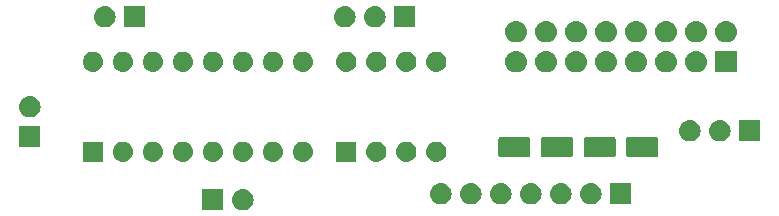
<source format=gbr>
G04 #@! TF.GenerationSoftware,KiCad,Pcbnew,(5.1.2-1)-1*
G04 #@! TF.CreationDate,2019-08-22T09:13:01-07:00*
G04 #@! TF.ProjectId,AS3310_ADSR,41533333-3130-45f4-9144-53522e6b6963,rev?*
G04 #@! TF.SameCoordinates,Original*
G04 #@! TF.FileFunction,Soldermask,Bot*
G04 #@! TF.FilePolarity,Negative*
%FSLAX46Y46*%
G04 Gerber Fmt 4.6, Leading zero omitted, Abs format (unit mm)*
G04 Created by KiCad (PCBNEW (5.1.2-1)-1) date 2019-08-22 09:13:01*
%MOMM*%
%LPD*%
G04 APERTURE LIST*
%ADD10C,0.100000*%
G04 APERTURE END LIST*
D10*
G36*
X96884443Y-70479519D02*
G01*
X96950627Y-70486037D01*
X97120466Y-70537557D01*
X97276991Y-70621222D01*
X97312729Y-70650552D01*
X97414186Y-70733814D01*
X97497448Y-70835271D01*
X97526778Y-70871009D01*
X97610443Y-71027534D01*
X97661963Y-71197373D01*
X97679359Y-71374000D01*
X97661963Y-71550627D01*
X97610443Y-71720466D01*
X97526778Y-71876991D01*
X97497448Y-71912729D01*
X97414186Y-72014186D01*
X97312729Y-72097448D01*
X97276991Y-72126778D01*
X97120466Y-72210443D01*
X96950627Y-72261963D01*
X96884443Y-72268481D01*
X96818260Y-72275000D01*
X96729740Y-72275000D01*
X96663557Y-72268481D01*
X96597373Y-72261963D01*
X96427534Y-72210443D01*
X96271009Y-72126778D01*
X96235271Y-72097448D01*
X96133814Y-72014186D01*
X96050552Y-71912729D01*
X96021222Y-71876991D01*
X95937557Y-71720466D01*
X95886037Y-71550627D01*
X95868641Y-71374000D01*
X95886037Y-71197373D01*
X95937557Y-71027534D01*
X96021222Y-70871009D01*
X96050552Y-70835271D01*
X96133814Y-70733814D01*
X96235271Y-70650552D01*
X96271009Y-70621222D01*
X96427534Y-70537557D01*
X96597373Y-70486037D01*
X96663557Y-70479519D01*
X96729740Y-70473000D01*
X96818260Y-70473000D01*
X96884443Y-70479519D01*
X96884443Y-70479519D01*
G37*
G36*
X95135000Y-72275000D02*
G01*
X93333000Y-72275000D01*
X93333000Y-70473000D01*
X95135000Y-70473000D01*
X95135000Y-72275000D01*
X95135000Y-72275000D01*
G37*
G36*
X123808443Y-69971519D02*
G01*
X123874627Y-69978037D01*
X124044466Y-70029557D01*
X124200991Y-70113222D01*
X124236729Y-70142552D01*
X124338186Y-70225814D01*
X124421448Y-70327271D01*
X124450778Y-70363009D01*
X124534443Y-70519534D01*
X124585963Y-70689373D01*
X124603359Y-70866000D01*
X124585963Y-71042627D01*
X124534443Y-71212466D01*
X124450778Y-71368991D01*
X124446667Y-71374000D01*
X124338186Y-71506186D01*
X124236729Y-71589448D01*
X124200991Y-71618778D01*
X124044466Y-71702443D01*
X123874627Y-71753963D01*
X123808442Y-71760482D01*
X123742260Y-71767000D01*
X123653740Y-71767000D01*
X123587558Y-71760482D01*
X123521373Y-71753963D01*
X123351534Y-71702443D01*
X123195009Y-71618778D01*
X123159271Y-71589448D01*
X123057814Y-71506186D01*
X122949333Y-71374000D01*
X122945222Y-71368991D01*
X122861557Y-71212466D01*
X122810037Y-71042627D01*
X122792641Y-70866000D01*
X122810037Y-70689373D01*
X122861557Y-70519534D01*
X122945222Y-70363009D01*
X122974552Y-70327271D01*
X123057814Y-70225814D01*
X123159271Y-70142552D01*
X123195009Y-70113222D01*
X123351534Y-70029557D01*
X123521373Y-69978037D01*
X123587557Y-69971519D01*
X123653740Y-69965000D01*
X123742260Y-69965000D01*
X123808443Y-69971519D01*
X123808443Y-69971519D01*
G37*
G36*
X121268443Y-69971519D02*
G01*
X121334627Y-69978037D01*
X121504466Y-70029557D01*
X121660991Y-70113222D01*
X121696729Y-70142552D01*
X121798186Y-70225814D01*
X121881448Y-70327271D01*
X121910778Y-70363009D01*
X121994443Y-70519534D01*
X122045963Y-70689373D01*
X122063359Y-70866000D01*
X122045963Y-71042627D01*
X121994443Y-71212466D01*
X121910778Y-71368991D01*
X121906667Y-71374000D01*
X121798186Y-71506186D01*
X121696729Y-71589448D01*
X121660991Y-71618778D01*
X121504466Y-71702443D01*
X121334627Y-71753963D01*
X121268442Y-71760482D01*
X121202260Y-71767000D01*
X121113740Y-71767000D01*
X121047558Y-71760482D01*
X120981373Y-71753963D01*
X120811534Y-71702443D01*
X120655009Y-71618778D01*
X120619271Y-71589448D01*
X120517814Y-71506186D01*
X120409333Y-71374000D01*
X120405222Y-71368991D01*
X120321557Y-71212466D01*
X120270037Y-71042627D01*
X120252641Y-70866000D01*
X120270037Y-70689373D01*
X120321557Y-70519534D01*
X120405222Y-70363009D01*
X120434552Y-70327271D01*
X120517814Y-70225814D01*
X120619271Y-70142552D01*
X120655009Y-70113222D01*
X120811534Y-70029557D01*
X120981373Y-69978037D01*
X121047557Y-69971519D01*
X121113740Y-69965000D01*
X121202260Y-69965000D01*
X121268443Y-69971519D01*
X121268443Y-69971519D01*
G37*
G36*
X118728443Y-69971519D02*
G01*
X118794627Y-69978037D01*
X118964466Y-70029557D01*
X119120991Y-70113222D01*
X119156729Y-70142552D01*
X119258186Y-70225814D01*
X119341448Y-70327271D01*
X119370778Y-70363009D01*
X119454443Y-70519534D01*
X119505963Y-70689373D01*
X119523359Y-70866000D01*
X119505963Y-71042627D01*
X119454443Y-71212466D01*
X119370778Y-71368991D01*
X119366667Y-71374000D01*
X119258186Y-71506186D01*
X119156729Y-71589448D01*
X119120991Y-71618778D01*
X118964466Y-71702443D01*
X118794627Y-71753963D01*
X118728442Y-71760482D01*
X118662260Y-71767000D01*
X118573740Y-71767000D01*
X118507558Y-71760482D01*
X118441373Y-71753963D01*
X118271534Y-71702443D01*
X118115009Y-71618778D01*
X118079271Y-71589448D01*
X117977814Y-71506186D01*
X117869333Y-71374000D01*
X117865222Y-71368991D01*
X117781557Y-71212466D01*
X117730037Y-71042627D01*
X117712641Y-70866000D01*
X117730037Y-70689373D01*
X117781557Y-70519534D01*
X117865222Y-70363009D01*
X117894552Y-70327271D01*
X117977814Y-70225814D01*
X118079271Y-70142552D01*
X118115009Y-70113222D01*
X118271534Y-70029557D01*
X118441373Y-69978037D01*
X118507557Y-69971519D01*
X118573740Y-69965000D01*
X118662260Y-69965000D01*
X118728443Y-69971519D01*
X118728443Y-69971519D01*
G37*
G36*
X116188443Y-69971519D02*
G01*
X116254627Y-69978037D01*
X116424466Y-70029557D01*
X116580991Y-70113222D01*
X116616729Y-70142552D01*
X116718186Y-70225814D01*
X116801448Y-70327271D01*
X116830778Y-70363009D01*
X116914443Y-70519534D01*
X116965963Y-70689373D01*
X116983359Y-70866000D01*
X116965963Y-71042627D01*
X116914443Y-71212466D01*
X116830778Y-71368991D01*
X116826667Y-71374000D01*
X116718186Y-71506186D01*
X116616729Y-71589448D01*
X116580991Y-71618778D01*
X116424466Y-71702443D01*
X116254627Y-71753963D01*
X116188442Y-71760482D01*
X116122260Y-71767000D01*
X116033740Y-71767000D01*
X115967558Y-71760482D01*
X115901373Y-71753963D01*
X115731534Y-71702443D01*
X115575009Y-71618778D01*
X115539271Y-71589448D01*
X115437814Y-71506186D01*
X115329333Y-71374000D01*
X115325222Y-71368991D01*
X115241557Y-71212466D01*
X115190037Y-71042627D01*
X115172641Y-70866000D01*
X115190037Y-70689373D01*
X115241557Y-70519534D01*
X115325222Y-70363009D01*
X115354552Y-70327271D01*
X115437814Y-70225814D01*
X115539271Y-70142552D01*
X115575009Y-70113222D01*
X115731534Y-70029557D01*
X115901373Y-69978037D01*
X115967557Y-69971519D01*
X116033740Y-69965000D01*
X116122260Y-69965000D01*
X116188443Y-69971519D01*
X116188443Y-69971519D01*
G37*
G36*
X113648443Y-69971519D02*
G01*
X113714627Y-69978037D01*
X113884466Y-70029557D01*
X114040991Y-70113222D01*
X114076729Y-70142552D01*
X114178186Y-70225814D01*
X114261448Y-70327271D01*
X114290778Y-70363009D01*
X114374443Y-70519534D01*
X114425963Y-70689373D01*
X114443359Y-70866000D01*
X114425963Y-71042627D01*
X114374443Y-71212466D01*
X114290778Y-71368991D01*
X114286667Y-71374000D01*
X114178186Y-71506186D01*
X114076729Y-71589448D01*
X114040991Y-71618778D01*
X113884466Y-71702443D01*
X113714627Y-71753963D01*
X113648442Y-71760482D01*
X113582260Y-71767000D01*
X113493740Y-71767000D01*
X113427558Y-71760482D01*
X113361373Y-71753963D01*
X113191534Y-71702443D01*
X113035009Y-71618778D01*
X112999271Y-71589448D01*
X112897814Y-71506186D01*
X112789333Y-71374000D01*
X112785222Y-71368991D01*
X112701557Y-71212466D01*
X112650037Y-71042627D01*
X112632641Y-70866000D01*
X112650037Y-70689373D01*
X112701557Y-70519534D01*
X112785222Y-70363009D01*
X112814552Y-70327271D01*
X112897814Y-70225814D01*
X112999271Y-70142552D01*
X113035009Y-70113222D01*
X113191534Y-70029557D01*
X113361373Y-69978037D01*
X113427557Y-69971519D01*
X113493740Y-69965000D01*
X113582260Y-69965000D01*
X113648443Y-69971519D01*
X113648443Y-69971519D01*
G37*
G36*
X126348443Y-69971519D02*
G01*
X126414627Y-69978037D01*
X126584466Y-70029557D01*
X126740991Y-70113222D01*
X126776729Y-70142552D01*
X126878186Y-70225814D01*
X126961448Y-70327271D01*
X126990778Y-70363009D01*
X127074443Y-70519534D01*
X127125963Y-70689373D01*
X127143359Y-70866000D01*
X127125963Y-71042627D01*
X127074443Y-71212466D01*
X126990778Y-71368991D01*
X126986667Y-71374000D01*
X126878186Y-71506186D01*
X126776729Y-71589448D01*
X126740991Y-71618778D01*
X126584466Y-71702443D01*
X126414627Y-71753963D01*
X126348442Y-71760482D01*
X126282260Y-71767000D01*
X126193740Y-71767000D01*
X126127558Y-71760482D01*
X126061373Y-71753963D01*
X125891534Y-71702443D01*
X125735009Y-71618778D01*
X125699271Y-71589448D01*
X125597814Y-71506186D01*
X125489333Y-71374000D01*
X125485222Y-71368991D01*
X125401557Y-71212466D01*
X125350037Y-71042627D01*
X125332641Y-70866000D01*
X125350037Y-70689373D01*
X125401557Y-70519534D01*
X125485222Y-70363009D01*
X125514552Y-70327271D01*
X125597814Y-70225814D01*
X125699271Y-70142552D01*
X125735009Y-70113222D01*
X125891534Y-70029557D01*
X126061373Y-69978037D01*
X126127557Y-69971519D01*
X126193740Y-69965000D01*
X126282260Y-69965000D01*
X126348443Y-69971519D01*
X126348443Y-69971519D01*
G37*
G36*
X129679000Y-71767000D02*
G01*
X127877000Y-71767000D01*
X127877000Y-69965000D01*
X129679000Y-69965000D01*
X129679000Y-71767000D01*
X129679000Y-71767000D01*
G37*
G36*
X89320823Y-66471313D02*
G01*
X89481242Y-66519976D01*
X89613906Y-66590886D01*
X89629078Y-66598996D01*
X89758659Y-66705341D01*
X89865004Y-66834922D01*
X89865005Y-66834924D01*
X89944024Y-66982758D01*
X89992687Y-67143177D01*
X90009117Y-67310000D01*
X89992687Y-67476823D01*
X89944024Y-67637242D01*
X89930892Y-67661810D01*
X89865004Y-67785078D01*
X89758659Y-67914659D01*
X89629078Y-68021004D01*
X89629076Y-68021005D01*
X89481242Y-68100024D01*
X89320823Y-68148687D01*
X89195804Y-68161000D01*
X89112196Y-68161000D01*
X88987177Y-68148687D01*
X88826758Y-68100024D01*
X88678924Y-68021005D01*
X88678922Y-68021004D01*
X88549341Y-67914659D01*
X88442996Y-67785078D01*
X88377108Y-67661810D01*
X88363976Y-67637242D01*
X88315313Y-67476823D01*
X88298883Y-67310000D01*
X88315313Y-67143177D01*
X88363976Y-66982758D01*
X88442995Y-66834924D01*
X88442996Y-66834922D01*
X88549341Y-66705341D01*
X88678922Y-66598996D01*
X88694094Y-66590886D01*
X88826758Y-66519976D01*
X88987177Y-66471313D01*
X89112196Y-66459000D01*
X89195804Y-66459000D01*
X89320823Y-66471313D01*
X89320823Y-66471313D01*
G37*
G36*
X86780823Y-66471313D02*
G01*
X86941242Y-66519976D01*
X87073906Y-66590886D01*
X87089078Y-66598996D01*
X87218659Y-66705341D01*
X87325004Y-66834922D01*
X87325005Y-66834924D01*
X87404024Y-66982758D01*
X87452687Y-67143177D01*
X87469117Y-67310000D01*
X87452687Y-67476823D01*
X87404024Y-67637242D01*
X87390892Y-67661810D01*
X87325004Y-67785078D01*
X87218659Y-67914659D01*
X87089078Y-68021004D01*
X87089076Y-68021005D01*
X86941242Y-68100024D01*
X86780823Y-68148687D01*
X86655804Y-68161000D01*
X86572196Y-68161000D01*
X86447177Y-68148687D01*
X86286758Y-68100024D01*
X86138924Y-68021005D01*
X86138922Y-68021004D01*
X86009341Y-67914659D01*
X85902996Y-67785078D01*
X85837108Y-67661810D01*
X85823976Y-67637242D01*
X85775313Y-67476823D01*
X85758883Y-67310000D01*
X85775313Y-67143177D01*
X85823976Y-66982758D01*
X85902995Y-66834924D01*
X85902996Y-66834922D01*
X86009341Y-66705341D01*
X86138922Y-66598996D01*
X86154094Y-66590886D01*
X86286758Y-66519976D01*
X86447177Y-66471313D01*
X86572196Y-66459000D01*
X86655804Y-66459000D01*
X86780823Y-66471313D01*
X86780823Y-66471313D01*
G37*
G36*
X84925000Y-68161000D02*
G01*
X83223000Y-68161000D01*
X83223000Y-66459000D01*
X84925000Y-66459000D01*
X84925000Y-68161000D01*
X84925000Y-68161000D01*
G37*
G36*
X91860823Y-66471313D02*
G01*
X92021242Y-66519976D01*
X92153906Y-66590886D01*
X92169078Y-66598996D01*
X92298659Y-66705341D01*
X92405004Y-66834922D01*
X92405005Y-66834924D01*
X92484024Y-66982758D01*
X92532687Y-67143177D01*
X92549117Y-67310000D01*
X92532687Y-67476823D01*
X92484024Y-67637242D01*
X92470892Y-67661810D01*
X92405004Y-67785078D01*
X92298659Y-67914659D01*
X92169078Y-68021004D01*
X92169076Y-68021005D01*
X92021242Y-68100024D01*
X91860823Y-68148687D01*
X91735804Y-68161000D01*
X91652196Y-68161000D01*
X91527177Y-68148687D01*
X91366758Y-68100024D01*
X91218924Y-68021005D01*
X91218922Y-68021004D01*
X91089341Y-67914659D01*
X90982996Y-67785078D01*
X90917108Y-67661810D01*
X90903976Y-67637242D01*
X90855313Y-67476823D01*
X90838883Y-67310000D01*
X90855313Y-67143177D01*
X90903976Y-66982758D01*
X90982995Y-66834924D01*
X90982996Y-66834922D01*
X91089341Y-66705341D01*
X91218922Y-66598996D01*
X91234094Y-66590886D01*
X91366758Y-66519976D01*
X91527177Y-66471313D01*
X91652196Y-66459000D01*
X91735804Y-66459000D01*
X91860823Y-66471313D01*
X91860823Y-66471313D01*
G37*
G36*
X94400823Y-66471313D02*
G01*
X94561242Y-66519976D01*
X94693906Y-66590886D01*
X94709078Y-66598996D01*
X94838659Y-66705341D01*
X94945004Y-66834922D01*
X94945005Y-66834924D01*
X95024024Y-66982758D01*
X95072687Y-67143177D01*
X95089117Y-67310000D01*
X95072687Y-67476823D01*
X95024024Y-67637242D01*
X95010892Y-67661810D01*
X94945004Y-67785078D01*
X94838659Y-67914659D01*
X94709078Y-68021004D01*
X94709076Y-68021005D01*
X94561242Y-68100024D01*
X94400823Y-68148687D01*
X94275804Y-68161000D01*
X94192196Y-68161000D01*
X94067177Y-68148687D01*
X93906758Y-68100024D01*
X93758924Y-68021005D01*
X93758922Y-68021004D01*
X93629341Y-67914659D01*
X93522996Y-67785078D01*
X93457108Y-67661810D01*
X93443976Y-67637242D01*
X93395313Y-67476823D01*
X93378883Y-67310000D01*
X93395313Y-67143177D01*
X93443976Y-66982758D01*
X93522995Y-66834924D01*
X93522996Y-66834922D01*
X93629341Y-66705341D01*
X93758922Y-66598996D01*
X93774094Y-66590886D01*
X93906758Y-66519976D01*
X94067177Y-66471313D01*
X94192196Y-66459000D01*
X94275804Y-66459000D01*
X94400823Y-66471313D01*
X94400823Y-66471313D01*
G37*
G36*
X96940823Y-66471313D02*
G01*
X97101242Y-66519976D01*
X97233906Y-66590886D01*
X97249078Y-66598996D01*
X97378659Y-66705341D01*
X97485004Y-66834922D01*
X97485005Y-66834924D01*
X97564024Y-66982758D01*
X97612687Y-67143177D01*
X97629117Y-67310000D01*
X97612687Y-67476823D01*
X97564024Y-67637242D01*
X97550892Y-67661810D01*
X97485004Y-67785078D01*
X97378659Y-67914659D01*
X97249078Y-68021004D01*
X97249076Y-68021005D01*
X97101242Y-68100024D01*
X96940823Y-68148687D01*
X96815804Y-68161000D01*
X96732196Y-68161000D01*
X96607177Y-68148687D01*
X96446758Y-68100024D01*
X96298924Y-68021005D01*
X96298922Y-68021004D01*
X96169341Y-67914659D01*
X96062996Y-67785078D01*
X95997108Y-67661810D01*
X95983976Y-67637242D01*
X95935313Y-67476823D01*
X95918883Y-67310000D01*
X95935313Y-67143177D01*
X95983976Y-66982758D01*
X96062995Y-66834924D01*
X96062996Y-66834922D01*
X96169341Y-66705341D01*
X96298922Y-66598996D01*
X96314094Y-66590886D01*
X96446758Y-66519976D01*
X96607177Y-66471313D01*
X96732196Y-66459000D01*
X96815804Y-66459000D01*
X96940823Y-66471313D01*
X96940823Y-66471313D01*
G37*
G36*
X99480823Y-66471313D02*
G01*
X99641242Y-66519976D01*
X99773906Y-66590886D01*
X99789078Y-66598996D01*
X99918659Y-66705341D01*
X100025004Y-66834922D01*
X100025005Y-66834924D01*
X100104024Y-66982758D01*
X100152687Y-67143177D01*
X100169117Y-67310000D01*
X100152687Y-67476823D01*
X100104024Y-67637242D01*
X100090892Y-67661810D01*
X100025004Y-67785078D01*
X99918659Y-67914659D01*
X99789078Y-68021004D01*
X99789076Y-68021005D01*
X99641242Y-68100024D01*
X99480823Y-68148687D01*
X99355804Y-68161000D01*
X99272196Y-68161000D01*
X99147177Y-68148687D01*
X98986758Y-68100024D01*
X98838924Y-68021005D01*
X98838922Y-68021004D01*
X98709341Y-67914659D01*
X98602996Y-67785078D01*
X98537108Y-67661810D01*
X98523976Y-67637242D01*
X98475313Y-67476823D01*
X98458883Y-67310000D01*
X98475313Y-67143177D01*
X98523976Y-66982758D01*
X98602995Y-66834924D01*
X98602996Y-66834922D01*
X98709341Y-66705341D01*
X98838922Y-66598996D01*
X98854094Y-66590886D01*
X98986758Y-66519976D01*
X99147177Y-66471313D01*
X99272196Y-66459000D01*
X99355804Y-66459000D01*
X99480823Y-66471313D01*
X99480823Y-66471313D01*
G37*
G36*
X102020823Y-66471313D02*
G01*
X102181242Y-66519976D01*
X102313906Y-66590886D01*
X102329078Y-66598996D01*
X102458659Y-66705341D01*
X102565004Y-66834922D01*
X102565005Y-66834924D01*
X102644024Y-66982758D01*
X102692687Y-67143177D01*
X102709117Y-67310000D01*
X102692687Y-67476823D01*
X102644024Y-67637242D01*
X102630892Y-67661810D01*
X102565004Y-67785078D01*
X102458659Y-67914659D01*
X102329078Y-68021004D01*
X102329076Y-68021005D01*
X102181242Y-68100024D01*
X102020823Y-68148687D01*
X101895804Y-68161000D01*
X101812196Y-68161000D01*
X101687177Y-68148687D01*
X101526758Y-68100024D01*
X101378924Y-68021005D01*
X101378922Y-68021004D01*
X101249341Y-67914659D01*
X101142996Y-67785078D01*
X101077108Y-67661810D01*
X101063976Y-67637242D01*
X101015313Y-67476823D01*
X100998883Y-67310000D01*
X101015313Y-67143177D01*
X101063976Y-66982758D01*
X101142995Y-66834924D01*
X101142996Y-66834922D01*
X101249341Y-66705341D01*
X101378922Y-66598996D01*
X101394094Y-66590886D01*
X101526758Y-66519976D01*
X101687177Y-66471313D01*
X101812196Y-66459000D01*
X101895804Y-66459000D01*
X102020823Y-66471313D01*
X102020823Y-66471313D01*
G37*
G36*
X113323823Y-66471313D02*
G01*
X113484242Y-66519976D01*
X113616906Y-66590886D01*
X113632078Y-66598996D01*
X113761659Y-66705341D01*
X113868004Y-66834922D01*
X113868005Y-66834924D01*
X113947024Y-66982758D01*
X113995687Y-67143177D01*
X114012117Y-67310000D01*
X113995687Y-67476823D01*
X113947024Y-67637242D01*
X113933892Y-67661810D01*
X113868004Y-67785078D01*
X113761659Y-67914659D01*
X113632078Y-68021004D01*
X113632076Y-68021005D01*
X113484242Y-68100024D01*
X113323823Y-68148687D01*
X113198804Y-68161000D01*
X113115196Y-68161000D01*
X112990177Y-68148687D01*
X112829758Y-68100024D01*
X112681924Y-68021005D01*
X112681922Y-68021004D01*
X112552341Y-67914659D01*
X112445996Y-67785078D01*
X112380108Y-67661810D01*
X112366976Y-67637242D01*
X112318313Y-67476823D01*
X112301883Y-67310000D01*
X112318313Y-67143177D01*
X112366976Y-66982758D01*
X112445995Y-66834924D01*
X112445996Y-66834922D01*
X112552341Y-66705341D01*
X112681922Y-66598996D01*
X112697094Y-66590886D01*
X112829758Y-66519976D01*
X112990177Y-66471313D01*
X113115196Y-66459000D01*
X113198804Y-66459000D01*
X113323823Y-66471313D01*
X113323823Y-66471313D01*
G37*
G36*
X110783823Y-66471313D02*
G01*
X110944242Y-66519976D01*
X111076906Y-66590886D01*
X111092078Y-66598996D01*
X111221659Y-66705341D01*
X111328004Y-66834922D01*
X111328005Y-66834924D01*
X111407024Y-66982758D01*
X111455687Y-67143177D01*
X111472117Y-67310000D01*
X111455687Y-67476823D01*
X111407024Y-67637242D01*
X111393892Y-67661810D01*
X111328004Y-67785078D01*
X111221659Y-67914659D01*
X111092078Y-68021004D01*
X111092076Y-68021005D01*
X110944242Y-68100024D01*
X110783823Y-68148687D01*
X110658804Y-68161000D01*
X110575196Y-68161000D01*
X110450177Y-68148687D01*
X110289758Y-68100024D01*
X110141924Y-68021005D01*
X110141922Y-68021004D01*
X110012341Y-67914659D01*
X109905996Y-67785078D01*
X109840108Y-67661810D01*
X109826976Y-67637242D01*
X109778313Y-67476823D01*
X109761883Y-67310000D01*
X109778313Y-67143177D01*
X109826976Y-66982758D01*
X109905995Y-66834924D01*
X109905996Y-66834922D01*
X110012341Y-66705341D01*
X110141922Y-66598996D01*
X110157094Y-66590886D01*
X110289758Y-66519976D01*
X110450177Y-66471313D01*
X110575196Y-66459000D01*
X110658804Y-66459000D01*
X110783823Y-66471313D01*
X110783823Y-66471313D01*
G37*
G36*
X106388000Y-68161000D02*
G01*
X104686000Y-68161000D01*
X104686000Y-66459000D01*
X106388000Y-66459000D01*
X106388000Y-68161000D01*
X106388000Y-68161000D01*
G37*
G36*
X108243823Y-66471313D02*
G01*
X108404242Y-66519976D01*
X108536906Y-66590886D01*
X108552078Y-66598996D01*
X108681659Y-66705341D01*
X108788004Y-66834922D01*
X108788005Y-66834924D01*
X108867024Y-66982758D01*
X108915687Y-67143177D01*
X108932117Y-67310000D01*
X108915687Y-67476823D01*
X108867024Y-67637242D01*
X108853892Y-67661810D01*
X108788004Y-67785078D01*
X108681659Y-67914659D01*
X108552078Y-68021004D01*
X108552076Y-68021005D01*
X108404242Y-68100024D01*
X108243823Y-68148687D01*
X108118804Y-68161000D01*
X108035196Y-68161000D01*
X107910177Y-68148687D01*
X107749758Y-68100024D01*
X107601924Y-68021005D01*
X107601922Y-68021004D01*
X107472341Y-67914659D01*
X107365996Y-67785078D01*
X107300108Y-67661810D01*
X107286976Y-67637242D01*
X107238313Y-67476823D01*
X107221883Y-67310000D01*
X107238313Y-67143177D01*
X107286976Y-66982758D01*
X107365995Y-66834924D01*
X107365996Y-66834922D01*
X107472341Y-66705341D01*
X107601922Y-66598996D01*
X107617094Y-66590886D01*
X107749758Y-66519976D01*
X107910177Y-66471313D01*
X108035196Y-66459000D01*
X108118804Y-66459000D01*
X108243823Y-66471313D01*
X108243823Y-66471313D01*
G37*
G36*
X124566997Y-66082051D02*
G01*
X124600652Y-66092261D01*
X124631665Y-66108838D01*
X124658851Y-66131149D01*
X124681162Y-66158335D01*
X124697739Y-66189348D01*
X124707949Y-66223003D01*
X124712000Y-66264138D01*
X124712000Y-67593862D01*
X124707949Y-67634997D01*
X124697739Y-67668652D01*
X124681162Y-67699665D01*
X124658851Y-67726851D01*
X124631665Y-67749162D01*
X124600652Y-67765739D01*
X124566997Y-67775949D01*
X124525862Y-67780000D01*
X122196138Y-67780000D01*
X122155003Y-67775949D01*
X122121348Y-67765739D01*
X122090335Y-67749162D01*
X122063149Y-67726851D01*
X122040838Y-67699665D01*
X122024261Y-67668652D01*
X122014051Y-67634997D01*
X122010000Y-67593862D01*
X122010000Y-66264138D01*
X122014051Y-66223003D01*
X122024261Y-66189348D01*
X122040838Y-66158335D01*
X122063149Y-66131149D01*
X122090335Y-66108838D01*
X122121348Y-66092261D01*
X122155003Y-66082051D01*
X122196138Y-66078000D01*
X124525862Y-66078000D01*
X124566997Y-66082051D01*
X124566997Y-66082051D01*
G37*
G36*
X120966997Y-66082051D02*
G01*
X121000652Y-66092261D01*
X121031665Y-66108838D01*
X121058851Y-66131149D01*
X121081162Y-66158335D01*
X121097739Y-66189348D01*
X121107949Y-66223003D01*
X121112000Y-66264138D01*
X121112000Y-67593862D01*
X121107949Y-67634997D01*
X121097739Y-67668652D01*
X121081162Y-67699665D01*
X121058851Y-67726851D01*
X121031665Y-67749162D01*
X121000652Y-67765739D01*
X120966997Y-67775949D01*
X120925862Y-67780000D01*
X118596138Y-67780000D01*
X118555003Y-67775949D01*
X118521348Y-67765739D01*
X118490335Y-67749162D01*
X118463149Y-67726851D01*
X118440838Y-67699665D01*
X118424261Y-67668652D01*
X118414051Y-67634997D01*
X118410000Y-67593862D01*
X118410000Y-66264138D01*
X118414051Y-66223003D01*
X118424261Y-66189348D01*
X118440838Y-66158335D01*
X118463149Y-66131149D01*
X118490335Y-66108838D01*
X118521348Y-66092261D01*
X118555003Y-66082051D01*
X118596138Y-66078000D01*
X120925862Y-66078000D01*
X120966997Y-66082051D01*
X120966997Y-66082051D01*
G37*
G36*
X128183997Y-66082051D02*
G01*
X128217652Y-66092261D01*
X128248665Y-66108838D01*
X128275851Y-66131149D01*
X128298162Y-66158335D01*
X128314739Y-66189348D01*
X128324949Y-66223003D01*
X128329000Y-66264138D01*
X128329000Y-67593862D01*
X128324949Y-67634997D01*
X128314739Y-67668652D01*
X128298162Y-67699665D01*
X128275851Y-67726851D01*
X128248665Y-67749162D01*
X128217652Y-67765739D01*
X128183997Y-67775949D01*
X128142862Y-67780000D01*
X125813138Y-67780000D01*
X125772003Y-67775949D01*
X125738348Y-67765739D01*
X125707335Y-67749162D01*
X125680149Y-67726851D01*
X125657838Y-67699665D01*
X125641261Y-67668652D01*
X125631051Y-67634997D01*
X125627000Y-67593862D01*
X125627000Y-66264138D01*
X125631051Y-66223003D01*
X125641261Y-66189348D01*
X125657838Y-66158335D01*
X125680149Y-66131149D01*
X125707335Y-66108838D01*
X125738348Y-66092261D01*
X125772003Y-66082051D01*
X125813138Y-66078000D01*
X128142862Y-66078000D01*
X128183997Y-66082051D01*
X128183997Y-66082051D01*
G37*
G36*
X131783997Y-66082051D02*
G01*
X131817652Y-66092261D01*
X131848665Y-66108838D01*
X131875851Y-66131149D01*
X131898162Y-66158335D01*
X131914739Y-66189348D01*
X131924949Y-66223003D01*
X131929000Y-66264138D01*
X131929000Y-67593862D01*
X131924949Y-67634997D01*
X131914739Y-67668652D01*
X131898162Y-67699665D01*
X131875851Y-67726851D01*
X131848665Y-67749162D01*
X131817652Y-67765739D01*
X131783997Y-67775949D01*
X131742862Y-67780000D01*
X129413138Y-67780000D01*
X129372003Y-67775949D01*
X129338348Y-67765739D01*
X129307335Y-67749162D01*
X129280149Y-67726851D01*
X129257838Y-67699665D01*
X129241261Y-67668652D01*
X129231051Y-67634997D01*
X129227000Y-67593862D01*
X129227000Y-66264138D01*
X129231051Y-66223003D01*
X129241261Y-66189348D01*
X129257838Y-66158335D01*
X129280149Y-66131149D01*
X129307335Y-66108838D01*
X129338348Y-66092261D01*
X129372003Y-66082051D01*
X129413138Y-66078000D01*
X131742862Y-66078000D01*
X131783997Y-66082051D01*
X131783997Y-66082051D01*
G37*
G36*
X79641000Y-66941000D02*
G01*
X77839000Y-66941000D01*
X77839000Y-65139000D01*
X79641000Y-65139000D01*
X79641000Y-66941000D01*
X79641000Y-66941000D01*
G37*
G36*
X137270443Y-64637519D02*
G01*
X137336627Y-64644037D01*
X137506466Y-64695557D01*
X137662991Y-64779222D01*
X137698729Y-64808552D01*
X137800186Y-64891814D01*
X137883448Y-64993271D01*
X137912778Y-65029009D01*
X137996443Y-65185534D01*
X138047963Y-65355373D01*
X138065359Y-65532000D01*
X138047963Y-65708627D01*
X137996443Y-65878466D01*
X137912778Y-66034991D01*
X137883448Y-66070729D01*
X137800186Y-66172186D01*
X137698729Y-66255448D01*
X137662991Y-66284778D01*
X137506466Y-66368443D01*
X137336627Y-66419963D01*
X137270443Y-66426481D01*
X137204260Y-66433000D01*
X137115740Y-66433000D01*
X137049557Y-66426481D01*
X136983373Y-66419963D01*
X136813534Y-66368443D01*
X136657009Y-66284778D01*
X136621271Y-66255448D01*
X136519814Y-66172186D01*
X136436552Y-66070729D01*
X136407222Y-66034991D01*
X136323557Y-65878466D01*
X136272037Y-65708627D01*
X136254641Y-65532000D01*
X136272037Y-65355373D01*
X136323557Y-65185534D01*
X136407222Y-65029009D01*
X136436552Y-64993271D01*
X136519814Y-64891814D01*
X136621271Y-64808552D01*
X136657009Y-64779222D01*
X136813534Y-64695557D01*
X136983373Y-64644037D01*
X137049557Y-64637519D01*
X137115740Y-64631000D01*
X137204260Y-64631000D01*
X137270443Y-64637519D01*
X137270443Y-64637519D01*
G37*
G36*
X140601000Y-66433000D02*
G01*
X138799000Y-66433000D01*
X138799000Y-64631000D01*
X140601000Y-64631000D01*
X140601000Y-66433000D01*
X140601000Y-66433000D01*
G37*
G36*
X134730443Y-64637519D02*
G01*
X134796627Y-64644037D01*
X134966466Y-64695557D01*
X135122991Y-64779222D01*
X135158729Y-64808552D01*
X135260186Y-64891814D01*
X135343448Y-64993271D01*
X135372778Y-65029009D01*
X135456443Y-65185534D01*
X135507963Y-65355373D01*
X135525359Y-65532000D01*
X135507963Y-65708627D01*
X135456443Y-65878466D01*
X135372778Y-66034991D01*
X135343448Y-66070729D01*
X135260186Y-66172186D01*
X135158729Y-66255448D01*
X135122991Y-66284778D01*
X134966466Y-66368443D01*
X134796627Y-66419963D01*
X134730443Y-66426481D01*
X134664260Y-66433000D01*
X134575740Y-66433000D01*
X134509557Y-66426481D01*
X134443373Y-66419963D01*
X134273534Y-66368443D01*
X134117009Y-66284778D01*
X134081271Y-66255448D01*
X133979814Y-66172186D01*
X133896552Y-66070729D01*
X133867222Y-66034991D01*
X133783557Y-65878466D01*
X133732037Y-65708627D01*
X133714641Y-65532000D01*
X133732037Y-65355373D01*
X133783557Y-65185534D01*
X133867222Y-65029009D01*
X133896552Y-64993271D01*
X133979814Y-64891814D01*
X134081271Y-64808552D01*
X134117009Y-64779222D01*
X134273534Y-64695557D01*
X134443373Y-64644037D01*
X134509557Y-64637519D01*
X134575740Y-64631000D01*
X134664260Y-64631000D01*
X134730443Y-64637519D01*
X134730443Y-64637519D01*
G37*
G36*
X78850442Y-62605518D02*
G01*
X78916627Y-62612037D01*
X79086466Y-62663557D01*
X79242991Y-62747222D01*
X79278729Y-62776552D01*
X79380186Y-62859814D01*
X79463448Y-62961271D01*
X79492778Y-62997009D01*
X79576443Y-63153534D01*
X79627963Y-63323373D01*
X79645359Y-63500000D01*
X79627963Y-63676627D01*
X79576443Y-63846466D01*
X79492778Y-64002991D01*
X79463448Y-64038729D01*
X79380186Y-64140186D01*
X79278729Y-64223448D01*
X79242991Y-64252778D01*
X79086466Y-64336443D01*
X78916627Y-64387963D01*
X78850442Y-64394482D01*
X78784260Y-64401000D01*
X78695740Y-64401000D01*
X78629558Y-64394482D01*
X78563373Y-64387963D01*
X78393534Y-64336443D01*
X78237009Y-64252778D01*
X78201271Y-64223448D01*
X78099814Y-64140186D01*
X78016552Y-64038729D01*
X77987222Y-64002991D01*
X77903557Y-63846466D01*
X77852037Y-63676627D01*
X77834641Y-63500000D01*
X77852037Y-63323373D01*
X77903557Y-63153534D01*
X77987222Y-62997009D01*
X78016552Y-62961271D01*
X78099814Y-62859814D01*
X78201271Y-62776552D01*
X78237009Y-62747222D01*
X78393534Y-62663557D01*
X78563373Y-62612037D01*
X78629558Y-62605518D01*
X78695740Y-62599000D01*
X78784260Y-62599000D01*
X78850442Y-62605518D01*
X78850442Y-62605518D01*
G37*
G36*
X122607294Y-58788633D02*
G01*
X122779695Y-58840931D01*
X122938583Y-58925858D01*
X123077849Y-59040151D01*
X123192142Y-59179417D01*
X123277069Y-59338305D01*
X123329367Y-59510706D01*
X123347025Y-59690000D01*
X123329367Y-59869294D01*
X123277069Y-60041695D01*
X123192142Y-60200583D01*
X123077849Y-60339849D01*
X122938583Y-60454142D01*
X122779695Y-60539069D01*
X122607294Y-60591367D01*
X122472931Y-60604600D01*
X122383069Y-60604600D01*
X122248706Y-60591367D01*
X122076305Y-60539069D01*
X121917417Y-60454142D01*
X121778151Y-60339849D01*
X121663858Y-60200583D01*
X121578931Y-60041695D01*
X121526633Y-59869294D01*
X121508975Y-59690000D01*
X121526633Y-59510706D01*
X121578931Y-59338305D01*
X121663858Y-59179417D01*
X121778151Y-59040151D01*
X121917417Y-58925858D01*
X122076305Y-58840931D01*
X122248706Y-58788633D01*
X122383069Y-58775400D01*
X122472931Y-58775400D01*
X122607294Y-58788633D01*
X122607294Y-58788633D01*
G37*
G36*
X120067294Y-58788633D02*
G01*
X120239695Y-58840931D01*
X120398583Y-58925858D01*
X120537849Y-59040151D01*
X120652142Y-59179417D01*
X120737069Y-59338305D01*
X120789367Y-59510706D01*
X120807025Y-59690000D01*
X120789367Y-59869294D01*
X120737069Y-60041695D01*
X120652142Y-60200583D01*
X120537849Y-60339849D01*
X120398583Y-60454142D01*
X120239695Y-60539069D01*
X120067294Y-60591367D01*
X119932931Y-60604600D01*
X119843069Y-60604600D01*
X119708706Y-60591367D01*
X119536305Y-60539069D01*
X119377417Y-60454142D01*
X119238151Y-60339849D01*
X119123858Y-60200583D01*
X119038931Y-60041695D01*
X118986633Y-59869294D01*
X118968975Y-59690000D01*
X118986633Y-59510706D01*
X119038931Y-59338305D01*
X119123858Y-59179417D01*
X119238151Y-59040151D01*
X119377417Y-58925858D01*
X119536305Y-58840931D01*
X119708706Y-58788633D01*
X119843069Y-58775400D01*
X119932931Y-58775400D01*
X120067294Y-58788633D01*
X120067294Y-58788633D01*
G37*
G36*
X127687294Y-58788633D02*
G01*
X127859695Y-58840931D01*
X128018583Y-58925858D01*
X128157849Y-59040151D01*
X128272142Y-59179417D01*
X128357069Y-59338305D01*
X128409367Y-59510706D01*
X128427025Y-59690000D01*
X128409367Y-59869294D01*
X128357069Y-60041695D01*
X128272142Y-60200583D01*
X128157849Y-60339849D01*
X128018583Y-60454142D01*
X127859695Y-60539069D01*
X127687294Y-60591367D01*
X127552931Y-60604600D01*
X127463069Y-60604600D01*
X127328706Y-60591367D01*
X127156305Y-60539069D01*
X126997417Y-60454142D01*
X126858151Y-60339849D01*
X126743858Y-60200583D01*
X126658931Y-60041695D01*
X126606633Y-59869294D01*
X126588975Y-59690000D01*
X126606633Y-59510706D01*
X126658931Y-59338305D01*
X126743858Y-59179417D01*
X126858151Y-59040151D01*
X126997417Y-58925858D01*
X127156305Y-58840931D01*
X127328706Y-58788633D01*
X127463069Y-58775400D01*
X127552931Y-58775400D01*
X127687294Y-58788633D01*
X127687294Y-58788633D01*
G37*
G36*
X130227294Y-58788633D02*
G01*
X130399695Y-58840931D01*
X130558583Y-58925858D01*
X130697849Y-59040151D01*
X130812142Y-59179417D01*
X130897069Y-59338305D01*
X130949367Y-59510706D01*
X130967025Y-59690000D01*
X130949367Y-59869294D01*
X130897069Y-60041695D01*
X130812142Y-60200583D01*
X130697849Y-60339849D01*
X130558583Y-60454142D01*
X130399695Y-60539069D01*
X130227294Y-60591367D01*
X130092931Y-60604600D01*
X130003069Y-60604600D01*
X129868706Y-60591367D01*
X129696305Y-60539069D01*
X129537417Y-60454142D01*
X129398151Y-60339849D01*
X129283858Y-60200583D01*
X129198931Y-60041695D01*
X129146633Y-59869294D01*
X129128975Y-59690000D01*
X129146633Y-59510706D01*
X129198931Y-59338305D01*
X129283858Y-59179417D01*
X129398151Y-59040151D01*
X129537417Y-58925858D01*
X129696305Y-58840931D01*
X129868706Y-58788633D01*
X130003069Y-58775400D01*
X130092931Y-58775400D01*
X130227294Y-58788633D01*
X130227294Y-58788633D01*
G37*
G36*
X132767294Y-58788633D02*
G01*
X132939695Y-58840931D01*
X133098583Y-58925858D01*
X133237849Y-59040151D01*
X133352142Y-59179417D01*
X133437069Y-59338305D01*
X133489367Y-59510706D01*
X133507025Y-59690000D01*
X133489367Y-59869294D01*
X133437069Y-60041695D01*
X133352142Y-60200583D01*
X133237849Y-60339849D01*
X133098583Y-60454142D01*
X132939695Y-60539069D01*
X132767294Y-60591367D01*
X132632931Y-60604600D01*
X132543069Y-60604600D01*
X132408706Y-60591367D01*
X132236305Y-60539069D01*
X132077417Y-60454142D01*
X131938151Y-60339849D01*
X131823858Y-60200583D01*
X131738931Y-60041695D01*
X131686633Y-59869294D01*
X131668975Y-59690000D01*
X131686633Y-59510706D01*
X131738931Y-59338305D01*
X131823858Y-59179417D01*
X131938151Y-59040151D01*
X132077417Y-58925858D01*
X132236305Y-58840931D01*
X132408706Y-58788633D01*
X132543069Y-58775400D01*
X132632931Y-58775400D01*
X132767294Y-58788633D01*
X132767294Y-58788633D01*
G37*
G36*
X135307294Y-58788633D02*
G01*
X135479695Y-58840931D01*
X135638583Y-58925858D01*
X135777849Y-59040151D01*
X135892142Y-59179417D01*
X135977069Y-59338305D01*
X136029367Y-59510706D01*
X136047025Y-59690000D01*
X136029367Y-59869294D01*
X135977069Y-60041695D01*
X135892142Y-60200583D01*
X135777849Y-60339849D01*
X135638583Y-60454142D01*
X135479695Y-60539069D01*
X135307294Y-60591367D01*
X135172931Y-60604600D01*
X135083069Y-60604600D01*
X134948706Y-60591367D01*
X134776305Y-60539069D01*
X134617417Y-60454142D01*
X134478151Y-60339849D01*
X134363858Y-60200583D01*
X134278931Y-60041695D01*
X134226633Y-59869294D01*
X134208975Y-59690000D01*
X134226633Y-59510706D01*
X134278931Y-59338305D01*
X134363858Y-59179417D01*
X134478151Y-59040151D01*
X134617417Y-58925858D01*
X134776305Y-58840931D01*
X134948706Y-58788633D01*
X135083069Y-58775400D01*
X135172931Y-58775400D01*
X135307294Y-58788633D01*
X135307294Y-58788633D01*
G37*
G36*
X138582600Y-60604600D02*
G01*
X136753400Y-60604600D01*
X136753400Y-58775400D01*
X138582600Y-58775400D01*
X138582600Y-60604600D01*
X138582600Y-60604600D01*
G37*
G36*
X125147294Y-58788633D02*
G01*
X125319695Y-58840931D01*
X125478583Y-58925858D01*
X125617849Y-59040151D01*
X125732142Y-59179417D01*
X125817069Y-59338305D01*
X125869367Y-59510706D01*
X125887025Y-59690000D01*
X125869367Y-59869294D01*
X125817069Y-60041695D01*
X125732142Y-60200583D01*
X125617849Y-60339849D01*
X125478583Y-60454142D01*
X125319695Y-60539069D01*
X125147294Y-60591367D01*
X125012931Y-60604600D01*
X124923069Y-60604600D01*
X124788706Y-60591367D01*
X124616305Y-60539069D01*
X124457417Y-60454142D01*
X124318151Y-60339849D01*
X124203858Y-60200583D01*
X124118931Y-60041695D01*
X124066633Y-59869294D01*
X124048975Y-59690000D01*
X124066633Y-59510706D01*
X124118931Y-59338305D01*
X124203858Y-59179417D01*
X124318151Y-59040151D01*
X124457417Y-58925858D01*
X124616305Y-58840931D01*
X124788706Y-58788633D01*
X124923069Y-58775400D01*
X125012931Y-58775400D01*
X125147294Y-58788633D01*
X125147294Y-58788633D01*
G37*
G36*
X108243823Y-58851313D02*
G01*
X108404242Y-58899976D01*
X108536906Y-58970886D01*
X108552078Y-58978996D01*
X108681659Y-59085341D01*
X108788004Y-59214922D01*
X108788005Y-59214924D01*
X108867024Y-59362758D01*
X108915687Y-59523177D01*
X108932117Y-59690000D01*
X108915687Y-59856823D01*
X108867024Y-60017242D01*
X108853953Y-60041696D01*
X108788004Y-60165078D01*
X108681659Y-60294659D01*
X108552078Y-60401004D01*
X108552076Y-60401005D01*
X108404242Y-60480024D01*
X108243823Y-60528687D01*
X108118804Y-60541000D01*
X108035196Y-60541000D01*
X107910177Y-60528687D01*
X107749758Y-60480024D01*
X107601924Y-60401005D01*
X107601922Y-60401004D01*
X107472341Y-60294659D01*
X107365996Y-60165078D01*
X107300047Y-60041696D01*
X107286976Y-60017242D01*
X107238313Y-59856823D01*
X107221883Y-59690000D01*
X107238313Y-59523177D01*
X107286976Y-59362758D01*
X107365995Y-59214924D01*
X107365996Y-59214922D01*
X107472341Y-59085341D01*
X107601922Y-58978996D01*
X107617094Y-58970886D01*
X107749758Y-58899976D01*
X107910177Y-58851313D01*
X108035196Y-58839000D01*
X108118804Y-58839000D01*
X108243823Y-58851313D01*
X108243823Y-58851313D01*
G37*
G36*
X110783823Y-58851313D02*
G01*
X110944242Y-58899976D01*
X111076906Y-58970886D01*
X111092078Y-58978996D01*
X111221659Y-59085341D01*
X111328004Y-59214922D01*
X111328005Y-59214924D01*
X111407024Y-59362758D01*
X111455687Y-59523177D01*
X111472117Y-59690000D01*
X111455687Y-59856823D01*
X111407024Y-60017242D01*
X111393953Y-60041696D01*
X111328004Y-60165078D01*
X111221659Y-60294659D01*
X111092078Y-60401004D01*
X111092076Y-60401005D01*
X110944242Y-60480024D01*
X110783823Y-60528687D01*
X110658804Y-60541000D01*
X110575196Y-60541000D01*
X110450177Y-60528687D01*
X110289758Y-60480024D01*
X110141924Y-60401005D01*
X110141922Y-60401004D01*
X110012341Y-60294659D01*
X109905996Y-60165078D01*
X109840047Y-60041696D01*
X109826976Y-60017242D01*
X109778313Y-59856823D01*
X109761883Y-59690000D01*
X109778313Y-59523177D01*
X109826976Y-59362758D01*
X109905995Y-59214924D01*
X109905996Y-59214922D01*
X110012341Y-59085341D01*
X110141922Y-58978996D01*
X110157094Y-58970886D01*
X110289758Y-58899976D01*
X110450177Y-58851313D01*
X110575196Y-58839000D01*
X110658804Y-58839000D01*
X110783823Y-58851313D01*
X110783823Y-58851313D01*
G37*
G36*
X91860823Y-58851313D02*
G01*
X92021242Y-58899976D01*
X92153906Y-58970886D01*
X92169078Y-58978996D01*
X92298659Y-59085341D01*
X92405004Y-59214922D01*
X92405005Y-59214924D01*
X92484024Y-59362758D01*
X92532687Y-59523177D01*
X92549117Y-59690000D01*
X92532687Y-59856823D01*
X92484024Y-60017242D01*
X92470953Y-60041696D01*
X92405004Y-60165078D01*
X92298659Y-60294659D01*
X92169078Y-60401004D01*
X92169076Y-60401005D01*
X92021242Y-60480024D01*
X91860823Y-60528687D01*
X91735804Y-60541000D01*
X91652196Y-60541000D01*
X91527177Y-60528687D01*
X91366758Y-60480024D01*
X91218924Y-60401005D01*
X91218922Y-60401004D01*
X91089341Y-60294659D01*
X90982996Y-60165078D01*
X90917047Y-60041696D01*
X90903976Y-60017242D01*
X90855313Y-59856823D01*
X90838883Y-59690000D01*
X90855313Y-59523177D01*
X90903976Y-59362758D01*
X90982995Y-59214924D01*
X90982996Y-59214922D01*
X91089341Y-59085341D01*
X91218922Y-58978996D01*
X91234094Y-58970886D01*
X91366758Y-58899976D01*
X91527177Y-58851313D01*
X91652196Y-58839000D01*
X91735804Y-58839000D01*
X91860823Y-58851313D01*
X91860823Y-58851313D01*
G37*
G36*
X113323823Y-58851313D02*
G01*
X113484242Y-58899976D01*
X113616906Y-58970886D01*
X113632078Y-58978996D01*
X113761659Y-59085341D01*
X113868004Y-59214922D01*
X113868005Y-59214924D01*
X113947024Y-59362758D01*
X113995687Y-59523177D01*
X114012117Y-59690000D01*
X113995687Y-59856823D01*
X113947024Y-60017242D01*
X113933953Y-60041696D01*
X113868004Y-60165078D01*
X113761659Y-60294659D01*
X113632078Y-60401004D01*
X113632076Y-60401005D01*
X113484242Y-60480024D01*
X113323823Y-60528687D01*
X113198804Y-60541000D01*
X113115196Y-60541000D01*
X112990177Y-60528687D01*
X112829758Y-60480024D01*
X112681924Y-60401005D01*
X112681922Y-60401004D01*
X112552341Y-60294659D01*
X112445996Y-60165078D01*
X112380047Y-60041696D01*
X112366976Y-60017242D01*
X112318313Y-59856823D01*
X112301883Y-59690000D01*
X112318313Y-59523177D01*
X112366976Y-59362758D01*
X112445995Y-59214924D01*
X112445996Y-59214922D01*
X112552341Y-59085341D01*
X112681922Y-58978996D01*
X112697094Y-58970886D01*
X112829758Y-58899976D01*
X112990177Y-58851313D01*
X113115196Y-58839000D01*
X113198804Y-58839000D01*
X113323823Y-58851313D01*
X113323823Y-58851313D01*
G37*
G36*
X89320823Y-58851313D02*
G01*
X89481242Y-58899976D01*
X89613906Y-58970886D01*
X89629078Y-58978996D01*
X89758659Y-59085341D01*
X89865004Y-59214922D01*
X89865005Y-59214924D01*
X89944024Y-59362758D01*
X89992687Y-59523177D01*
X90009117Y-59690000D01*
X89992687Y-59856823D01*
X89944024Y-60017242D01*
X89930953Y-60041696D01*
X89865004Y-60165078D01*
X89758659Y-60294659D01*
X89629078Y-60401004D01*
X89629076Y-60401005D01*
X89481242Y-60480024D01*
X89320823Y-60528687D01*
X89195804Y-60541000D01*
X89112196Y-60541000D01*
X88987177Y-60528687D01*
X88826758Y-60480024D01*
X88678924Y-60401005D01*
X88678922Y-60401004D01*
X88549341Y-60294659D01*
X88442996Y-60165078D01*
X88377047Y-60041696D01*
X88363976Y-60017242D01*
X88315313Y-59856823D01*
X88298883Y-59690000D01*
X88315313Y-59523177D01*
X88363976Y-59362758D01*
X88442995Y-59214924D01*
X88442996Y-59214922D01*
X88549341Y-59085341D01*
X88678922Y-58978996D01*
X88694094Y-58970886D01*
X88826758Y-58899976D01*
X88987177Y-58851313D01*
X89112196Y-58839000D01*
X89195804Y-58839000D01*
X89320823Y-58851313D01*
X89320823Y-58851313D01*
G37*
G36*
X96940823Y-58851313D02*
G01*
X97101242Y-58899976D01*
X97233906Y-58970886D01*
X97249078Y-58978996D01*
X97378659Y-59085341D01*
X97485004Y-59214922D01*
X97485005Y-59214924D01*
X97564024Y-59362758D01*
X97612687Y-59523177D01*
X97629117Y-59690000D01*
X97612687Y-59856823D01*
X97564024Y-60017242D01*
X97550953Y-60041696D01*
X97485004Y-60165078D01*
X97378659Y-60294659D01*
X97249078Y-60401004D01*
X97249076Y-60401005D01*
X97101242Y-60480024D01*
X96940823Y-60528687D01*
X96815804Y-60541000D01*
X96732196Y-60541000D01*
X96607177Y-60528687D01*
X96446758Y-60480024D01*
X96298924Y-60401005D01*
X96298922Y-60401004D01*
X96169341Y-60294659D01*
X96062996Y-60165078D01*
X95997047Y-60041696D01*
X95983976Y-60017242D01*
X95935313Y-59856823D01*
X95918883Y-59690000D01*
X95935313Y-59523177D01*
X95983976Y-59362758D01*
X96062995Y-59214924D01*
X96062996Y-59214922D01*
X96169341Y-59085341D01*
X96298922Y-58978996D01*
X96314094Y-58970886D01*
X96446758Y-58899976D01*
X96607177Y-58851313D01*
X96732196Y-58839000D01*
X96815804Y-58839000D01*
X96940823Y-58851313D01*
X96940823Y-58851313D01*
G37*
G36*
X86780823Y-58851313D02*
G01*
X86941242Y-58899976D01*
X87073906Y-58970886D01*
X87089078Y-58978996D01*
X87218659Y-59085341D01*
X87325004Y-59214922D01*
X87325005Y-59214924D01*
X87404024Y-59362758D01*
X87452687Y-59523177D01*
X87469117Y-59690000D01*
X87452687Y-59856823D01*
X87404024Y-60017242D01*
X87390953Y-60041696D01*
X87325004Y-60165078D01*
X87218659Y-60294659D01*
X87089078Y-60401004D01*
X87089076Y-60401005D01*
X86941242Y-60480024D01*
X86780823Y-60528687D01*
X86655804Y-60541000D01*
X86572196Y-60541000D01*
X86447177Y-60528687D01*
X86286758Y-60480024D01*
X86138924Y-60401005D01*
X86138922Y-60401004D01*
X86009341Y-60294659D01*
X85902996Y-60165078D01*
X85837047Y-60041696D01*
X85823976Y-60017242D01*
X85775313Y-59856823D01*
X85758883Y-59690000D01*
X85775313Y-59523177D01*
X85823976Y-59362758D01*
X85902995Y-59214924D01*
X85902996Y-59214922D01*
X86009341Y-59085341D01*
X86138922Y-58978996D01*
X86154094Y-58970886D01*
X86286758Y-58899976D01*
X86447177Y-58851313D01*
X86572196Y-58839000D01*
X86655804Y-58839000D01*
X86780823Y-58851313D01*
X86780823Y-58851313D01*
G37*
G36*
X105703823Y-58851313D02*
G01*
X105864242Y-58899976D01*
X105996906Y-58970886D01*
X106012078Y-58978996D01*
X106141659Y-59085341D01*
X106248004Y-59214922D01*
X106248005Y-59214924D01*
X106327024Y-59362758D01*
X106375687Y-59523177D01*
X106392117Y-59690000D01*
X106375687Y-59856823D01*
X106327024Y-60017242D01*
X106313953Y-60041696D01*
X106248004Y-60165078D01*
X106141659Y-60294659D01*
X106012078Y-60401004D01*
X106012076Y-60401005D01*
X105864242Y-60480024D01*
X105703823Y-60528687D01*
X105578804Y-60541000D01*
X105495196Y-60541000D01*
X105370177Y-60528687D01*
X105209758Y-60480024D01*
X105061924Y-60401005D01*
X105061922Y-60401004D01*
X104932341Y-60294659D01*
X104825996Y-60165078D01*
X104760047Y-60041696D01*
X104746976Y-60017242D01*
X104698313Y-59856823D01*
X104681883Y-59690000D01*
X104698313Y-59523177D01*
X104746976Y-59362758D01*
X104825995Y-59214924D01*
X104825996Y-59214922D01*
X104932341Y-59085341D01*
X105061922Y-58978996D01*
X105077094Y-58970886D01*
X105209758Y-58899976D01*
X105370177Y-58851313D01*
X105495196Y-58839000D01*
X105578804Y-58839000D01*
X105703823Y-58851313D01*
X105703823Y-58851313D01*
G37*
G36*
X84240823Y-58851313D02*
G01*
X84401242Y-58899976D01*
X84533906Y-58970886D01*
X84549078Y-58978996D01*
X84678659Y-59085341D01*
X84785004Y-59214922D01*
X84785005Y-59214924D01*
X84864024Y-59362758D01*
X84912687Y-59523177D01*
X84929117Y-59690000D01*
X84912687Y-59856823D01*
X84864024Y-60017242D01*
X84850953Y-60041696D01*
X84785004Y-60165078D01*
X84678659Y-60294659D01*
X84549078Y-60401004D01*
X84549076Y-60401005D01*
X84401242Y-60480024D01*
X84240823Y-60528687D01*
X84115804Y-60541000D01*
X84032196Y-60541000D01*
X83907177Y-60528687D01*
X83746758Y-60480024D01*
X83598924Y-60401005D01*
X83598922Y-60401004D01*
X83469341Y-60294659D01*
X83362996Y-60165078D01*
X83297047Y-60041696D01*
X83283976Y-60017242D01*
X83235313Y-59856823D01*
X83218883Y-59690000D01*
X83235313Y-59523177D01*
X83283976Y-59362758D01*
X83362995Y-59214924D01*
X83362996Y-59214922D01*
X83469341Y-59085341D01*
X83598922Y-58978996D01*
X83614094Y-58970886D01*
X83746758Y-58899976D01*
X83907177Y-58851313D01*
X84032196Y-58839000D01*
X84115804Y-58839000D01*
X84240823Y-58851313D01*
X84240823Y-58851313D01*
G37*
G36*
X99480823Y-58851313D02*
G01*
X99641242Y-58899976D01*
X99773906Y-58970886D01*
X99789078Y-58978996D01*
X99918659Y-59085341D01*
X100025004Y-59214922D01*
X100025005Y-59214924D01*
X100104024Y-59362758D01*
X100152687Y-59523177D01*
X100169117Y-59690000D01*
X100152687Y-59856823D01*
X100104024Y-60017242D01*
X100090953Y-60041696D01*
X100025004Y-60165078D01*
X99918659Y-60294659D01*
X99789078Y-60401004D01*
X99789076Y-60401005D01*
X99641242Y-60480024D01*
X99480823Y-60528687D01*
X99355804Y-60541000D01*
X99272196Y-60541000D01*
X99147177Y-60528687D01*
X98986758Y-60480024D01*
X98838924Y-60401005D01*
X98838922Y-60401004D01*
X98709341Y-60294659D01*
X98602996Y-60165078D01*
X98537047Y-60041696D01*
X98523976Y-60017242D01*
X98475313Y-59856823D01*
X98458883Y-59690000D01*
X98475313Y-59523177D01*
X98523976Y-59362758D01*
X98602995Y-59214924D01*
X98602996Y-59214922D01*
X98709341Y-59085341D01*
X98838922Y-58978996D01*
X98854094Y-58970886D01*
X98986758Y-58899976D01*
X99147177Y-58851313D01*
X99272196Y-58839000D01*
X99355804Y-58839000D01*
X99480823Y-58851313D01*
X99480823Y-58851313D01*
G37*
G36*
X102020823Y-58851313D02*
G01*
X102181242Y-58899976D01*
X102313906Y-58970886D01*
X102329078Y-58978996D01*
X102458659Y-59085341D01*
X102565004Y-59214922D01*
X102565005Y-59214924D01*
X102644024Y-59362758D01*
X102692687Y-59523177D01*
X102709117Y-59690000D01*
X102692687Y-59856823D01*
X102644024Y-60017242D01*
X102630953Y-60041696D01*
X102565004Y-60165078D01*
X102458659Y-60294659D01*
X102329078Y-60401004D01*
X102329076Y-60401005D01*
X102181242Y-60480024D01*
X102020823Y-60528687D01*
X101895804Y-60541000D01*
X101812196Y-60541000D01*
X101687177Y-60528687D01*
X101526758Y-60480024D01*
X101378924Y-60401005D01*
X101378922Y-60401004D01*
X101249341Y-60294659D01*
X101142996Y-60165078D01*
X101077047Y-60041696D01*
X101063976Y-60017242D01*
X101015313Y-59856823D01*
X100998883Y-59690000D01*
X101015313Y-59523177D01*
X101063976Y-59362758D01*
X101142995Y-59214924D01*
X101142996Y-59214922D01*
X101249341Y-59085341D01*
X101378922Y-58978996D01*
X101394094Y-58970886D01*
X101526758Y-58899976D01*
X101687177Y-58851313D01*
X101812196Y-58839000D01*
X101895804Y-58839000D01*
X102020823Y-58851313D01*
X102020823Y-58851313D01*
G37*
G36*
X94400823Y-58851313D02*
G01*
X94561242Y-58899976D01*
X94693906Y-58970886D01*
X94709078Y-58978996D01*
X94838659Y-59085341D01*
X94945004Y-59214922D01*
X94945005Y-59214924D01*
X95024024Y-59362758D01*
X95072687Y-59523177D01*
X95089117Y-59690000D01*
X95072687Y-59856823D01*
X95024024Y-60017242D01*
X95010953Y-60041696D01*
X94945004Y-60165078D01*
X94838659Y-60294659D01*
X94709078Y-60401004D01*
X94709076Y-60401005D01*
X94561242Y-60480024D01*
X94400823Y-60528687D01*
X94275804Y-60541000D01*
X94192196Y-60541000D01*
X94067177Y-60528687D01*
X93906758Y-60480024D01*
X93758924Y-60401005D01*
X93758922Y-60401004D01*
X93629341Y-60294659D01*
X93522996Y-60165078D01*
X93457047Y-60041696D01*
X93443976Y-60017242D01*
X93395313Y-59856823D01*
X93378883Y-59690000D01*
X93395313Y-59523177D01*
X93443976Y-59362758D01*
X93522995Y-59214924D01*
X93522996Y-59214922D01*
X93629341Y-59085341D01*
X93758922Y-58978996D01*
X93774094Y-58970886D01*
X93906758Y-58899976D01*
X94067177Y-58851313D01*
X94192196Y-58839000D01*
X94275804Y-58839000D01*
X94400823Y-58851313D01*
X94400823Y-58851313D01*
G37*
G36*
X120067294Y-56248633D02*
G01*
X120239695Y-56300931D01*
X120398583Y-56385858D01*
X120537849Y-56500151D01*
X120652142Y-56639417D01*
X120737069Y-56798305D01*
X120789367Y-56970706D01*
X120807025Y-57150000D01*
X120789367Y-57329294D01*
X120737069Y-57501695D01*
X120652142Y-57660583D01*
X120537849Y-57799849D01*
X120398583Y-57914142D01*
X120239695Y-57999069D01*
X120067294Y-58051367D01*
X119932931Y-58064600D01*
X119843069Y-58064600D01*
X119708706Y-58051367D01*
X119536305Y-57999069D01*
X119377417Y-57914142D01*
X119238151Y-57799849D01*
X119123858Y-57660583D01*
X119038931Y-57501695D01*
X118986633Y-57329294D01*
X118968975Y-57150000D01*
X118986633Y-56970706D01*
X119038931Y-56798305D01*
X119123858Y-56639417D01*
X119238151Y-56500151D01*
X119377417Y-56385858D01*
X119536305Y-56300931D01*
X119708706Y-56248633D01*
X119843069Y-56235400D01*
X119932931Y-56235400D01*
X120067294Y-56248633D01*
X120067294Y-56248633D01*
G37*
G36*
X137847294Y-56248633D02*
G01*
X138019695Y-56300931D01*
X138178583Y-56385858D01*
X138317849Y-56500151D01*
X138432142Y-56639417D01*
X138517069Y-56798305D01*
X138569367Y-56970706D01*
X138587025Y-57150000D01*
X138569367Y-57329294D01*
X138517069Y-57501695D01*
X138432142Y-57660583D01*
X138317849Y-57799849D01*
X138178583Y-57914142D01*
X138019695Y-57999069D01*
X137847294Y-58051367D01*
X137712931Y-58064600D01*
X137623069Y-58064600D01*
X137488706Y-58051367D01*
X137316305Y-57999069D01*
X137157417Y-57914142D01*
X137018151Y-57799849D01*
X136903858Y-57660583D01*
X136818931Y-57501695D01*
X136766633Y-57329294D01*
X136748975Y-57150000D01*
X136766633Y-56970706D01*
X136818931Y-56798305D01*
X136903858Y-56639417D01*
X137018151Y-56500151D01*
X137157417Y-56385858D01*
X137316305Y-56300931D01*
X137488706Y-56248633D01*
X137623069Y-56235400D01*
X137712931Y-56235400D01*
X137847294Y-56248633D01*
X137847294Y-56248633D01*
G37*
G36*
X122607294Y-56248633D02*
G01*
X122779695Y-56300931D01*
X122938583Y-56385858D01*
X123077849Y-56500151D01*
X123192142Y-56639417D01*
X123277069Y-56798305D01*
X123329367Y-56970706D01*
X123347025Y-57150000D01*
X123329367Y-57329294D01*
X123277069Y-57501695D01*
X123192142Y-57660583D01*
X123077849Y-57799849D01*
X122938583Y-57914142D01*
X122779695Y-57999069D01*
X122607294Y-58051367D01*
X122472931Y-58064600D01*
X122383069Y-58064600D01*
X122248706Y-58051367D01*
X122076305Y-57999069D01*
X121917417Y-57914142D01*
X121778151Y-57799849D01*
X121663858Y-57660583D01*
X121578931Y-57501695D01*
X121526633Y-57329294D01*
X121508975Y-57150000D01*
X121526633Y-56970706D01*
X121578931Y-56798305D01*
X121663858Y-56639417D01*
X121778151Y-56500151D01*
X121917417Y-56385858D01*
X122076305Y-56300931D01*
X122248706Y-56248633D01*
X122383069Y-56235400D01*
X122472931Y-56235400D01*
X122607294Y-56248633D01*
X122607294Y-56248633D01*
G37*
G36*
X135307294Y-56248633D02*
G01*
X135479695Y-56300931D01*
X135638583Y-56385858D01*
X135777849Y-56500151D01*
X135892142Y-56639417D01*
X135977069Y-56798305D01*
X136029367Y-56970706D01*
X136047025Y-57150000D01*
X136029367Y-57329294D01*
X135977069Y-57501695D01*
X135892142Y-57660583D01*
X135777849Y-57799849D01*
X135638583Y-57914142D01*
X135479695Y-57999069D01*
X135307294Y-58051367D01*
X135172931Y-58064600D01*
X135083069Y-58064600D01*
X134948706Y-58051367D01*
X134776305Y-57999069D01*
X134617417Y-57914142D01*
X134478151Y-57799849D01*
X134363858Y-57660583D01*
X134278931Y-57501695D01*
X134226633Y-57329294D01*
X134208975Y-57150000D01*
X134226633Y-56970706D01*
X134278931Y-56798305D01*
X134363858Y-56639417D01*
X134478151Y-56500151D01*
X134617417Y-56385858D01*
X134776305Y-56300931D01*
X134948706Y-56248633D01*
X135083069Y-56235400D01*
X135172931Y-56235400D01*
X135307294Y-56248633D01*
X135307294Y-56248633D01*
G37*
G36*
X125147294Y-56248633D02*
G01*
X125319695Y-56300931D01*
X125478583Y-56385858D01*
X125617849Y-56500151D01*
X125732142Y-56639417D01*
X125817069Y-56798305D01*
X125869367Y-56970706D01*
X125887025Y-57150000D01*
X125869367Y-57329294D01*
X125817069Y-57501695D01*
X125732142Y-57660583D01*
X125617849Y-57799849D01*
X125478583Y-57914142D01*
X125319695Y-57999069D01*
X125147294Y-58051367D01*
X125012931Y-58064600D01*
X124923069Y-58064600D01*
X124788706Y-58051367D01*
X124616305Y-57999069D01*
X124457417Y-57914142D01*
X124318151Y-57799849D01*
X124203858Y-57660583D01*
X124118931Y-57501695D01*
X124066633Y-57329294D01*
X124048975Y-57150000D01*
X124066633Y-56970706D01*
X124118931Y-56798305D01*
X124203858Y-56639417D01*
X124318151Y-56500151D01*
X124457417Y-56385858D01*
X124616305Y-56300931D01*
X124788706Y-56248633D01*
X124923069Y-56235400D01*
X125012931Y-56235400D01*
X125147294Y-56248633D01*
X125147294Y-56248633D01*
G37*
G36*
X132767294Y-56248633D02*
G01*
X132939695Y-56300931D01*
X133098583Y-56385858D01*
X133237849Y-56500151D01*
X133352142Y-56639417D01*
X133437069Y-56798305D01*
X133489367Y-56970706D01*
X133507025Y-57150000D01*
X133489367Y-57329294D01*
X133437069Y-57501695D01*
X133352142Y-57660583D01*
X133237849Y-57799849D01*
X133098583Y-57914142D01*
X132939695Y-57999069D01*
X132767294Y-58051367D01*
X132632931Y-58064600D01*
X132543069Y-58064600D01*
X132408706Y-58051367D01*
X132236305Y-57999069D01*
X132077417Y-57914142D01*
X131938151Y-57799849D01*
X131823858Y-57660583D01*
X131738931Y-57501695D01*
X131686633Y-57329294D01*
X131668975Y-57150000D01*
X131686633Y-56970706D01*
X131738931Y-56798305D01*
X131823858Y-56639417D01*
X131938151Y-56500151D01*
X132077417Y-56385858D01*
X132236305Y-56300931D01*
X132408706Y-56248633D01*
X132543069Y-56235400D01*
X132632931Y-56235400D01*
X132767294Y-56248633D01*
X132767294Y-56248633D01*
G37*
G36*
X127687294Y-56248633D02*
G01*
X127859695Y-56300931D01*
X128018583Y-56385858D01*
X128157849Y-56500151D01*
X128272142Y-56639417D01*
X128357069Y-56798305D01*
X128409367Y-56970706D01*
X128427025Y-57150000D01*
X128409367Y-57329294D01*
X128357069Y-57501695D01*
X128272142Y-57660583D01*
X128157849Y-57799849D01*
X128018583Y-57914142D01*
X127859695Y-57999069D01*
X127687294Y-58051367D01*
X127552931Y-58064600D01*
X127463069Y-58064600D01*
X127328706Y-58051367D01*
X127156305Y-57999069D01*
X126997417Y-57914142D01*
X126858151Y-57799849D01*
X126743858Y-57660583D01*
X126658931Y-57501695D01*
X126606633Y-57329294D01*
X126588975Y-57150000D01*
X126606633Y-56970706D01*
X126658931Y-56798305D01*
X126743858Y-56639417D01*
X126858151Y-56500151D01*
X126997417Y-56385858D01*
X127156305Y-56300931D01*
X127328706Y-56248633D01*
X127463069Y-56235400D01*
X127552931Y-56235400D01*
X127687294Y-56248633D01*
X127687294Y-56248633D01*
G37*
G36*
X130227294Y-56248633D02*
G01*
X130399695Y-56300931D01*
X130558583Y-56385858D01*
X130697849Y-56500151D01*
X130812142Y-56639417D01*
X130897069Y-56798305D01*
X130949367Y-56970706D01*
X130967025Y-57150000D01*
X130949367Y-57329294D01*
X130897069Y-57501695D01*
X130812142Y-57660583D01*
X130697849Y-57799849D01*
X130558583Y-57914142D01*
X130399695Y-57999069D01*
X130227294Y-58051367D01*
X130092931Y-58064600D01*
X130003069Y-58064600D01*
X129868706Y-58051367D01*
X129696305Y-57999069D01*
X129537417Y-57914142D01*
X129398151Y-57799849D01*
X129283858Y-57660583D01*
X129198931Y-57501695D01*
X129146633Y-57329294D01*
X129128975Y-57150000D01*
X129146633Y-56970706D01*
X129198931Y-56798305D01*
X129283858Y-56639417D01*
X129398151Y-56500151D01*
X129537417Y-56385858D01*
X129696305Y-56300931D01*
X129868706Y-56248633D01*
X130003069Y-56235400D01*
X130092931Y-56235400D01*
X130227294Y-56248633D01*
X130227294Y-56248633D01*
G37*
G36*
X85200443Y-54985519D02*
G01*
X85266627Y-54992037D01*
X85436466Y-55043557D01*
X85592991Y-55127222D01*
X85628729Y-55156552D01*
X85730186Y-55239814D01*
X85813448Y-55341271D01*
X85842778Y-55377009D01*
X85926443Y-55533534D01*
X85977963Y-55703373D01*
X85995359Y-55880000D01*
X85977963Y-56056627D01*
X85926443Y-56226466D01*
X85842778Y-56382991D01*
X85840425Y-56385858D01*
X85730186Y-56520186D01*
X85628729Y-56603448D01*
X85592991Y-56632778D01*
X85436466Y-56716443D01*
X85266627Y-56767963D01*
X85200443Y-56774481D01*
X85134260Y-56781000D01*
X85045740Y-56781000D01*
X84979557Y-56774481D01*
X84913373Y-56767963D01*
X84743534Y-56716443D01*
X84587009Y-56632778D01*
X84551271Y-56603448D01*
X84449814Y-56520186D01*
X84339575Y-56385858D01*
X84337222Y-56382991D01*
X84253557Y-56226466D01*
X84202037Y-56056627D01*
X84184641Y-55880000D01*
X84202037Y-55703373D01*
X84253557Y-55533534D01*
X84337222Y-55377009D01*
X84366552Y-55341271D01*
X84449814Y-55239814D01*
X84551271Y-55156552D01*
X84587009Y-55127222D01*
X84743534Y-55043557D01*
X84913373Y-54992037D01*
X84979557Y-54985519D01*
X85045740Y-54979000D01*
X85134260Y-54979000D01*
X85200443Y-54985519D01*
X85200443Y-54985519D01*
G37*
G36*
X88531000Y-56781000D02*
G01*
X86729000Y-56781000D01*
X86729000Y-54979000D01*
X88531000Y-54979000D01*
X88531000Y-56781000D01*
X88531000Y-56781000D01*
G37*
G36*
X105520443Y-54985519D02*
G01*
X105586627Y-54992037D01*
X105756466Y-55043557D01*
X105912991Y-55127222D01*
X105948729Y-55156552D01*
X106050186Y-55239814D01*
X106133448Y-55341271D01*
X106162778Y-55377009D01*
X106246443Y-55533534D01*
X106297963Y-55703373D01*
X106315359Y-55880000D01*
X106297963Y-56056627D01*
X106246443Y-56226466D01*
X106162778Y-56382991D01*
X106160425Y-56385858D01*
X106050186Y-56520186D01*
X105948729Y-56603448D01*
X105912991Y-56632778D01*
X105756466Y-56716443D01*
X105586627Y-56767963D01*
X105520443Y-56774481D01*
X105454260Y-56781000D01*
X105365740Y-56781000D01*
X105299557Y-56774481D01*
X105233373Y-56767963D01*
X105063534Y-56716443D01*
X104907009Y-56632778D01*
X104871271Y-56603448D01*
X104769814Y-56520186D01*
X104659575Y-56385858D01*
X104657222Y-56382991D01*
X104573557Y-56226466D01*
X104522037Y-56056627D01*
X104504641Y-55880000D01*
X104522037Y-55703373D01*
X104573557Y-55533534D01*
X104657222Y-55377009D01*
X104686552Y-55341271D01*
X104769814Y-55239814D01*
X104871271Y-55156552D01*
X104907009Y-55127222D01*
X105063534Y-55043557D01*
X105233373Y-54992037D01*
X105299557Y-54985519D01*
X105365740Y-54979000D01*
X105454260Y-54979000D01*
X105520443Y-54985519D01*
X105520443Y-54985519D01*
G37*
G36*
X108060443Y-54985519D02*
G01*
X108126627Y-54992037D01*
X108296466Y-55043557D01*
X108452991Y-55127222D01*
X108488729Y-55156552D01*
X108590186Y-55239814D01*
X108673448Y-55341271D01*
X108702778Y-55377009D01*
X108786443Y-55533534D01*
X108837963Y-55703373D01*
X108855359Y-55880000D01*
X108837963Y-56056627D01*
X108786443Y-56226466D01*
X108702778Y-56382991D01*
X108700425Y-56385858D01*
X108590186Y-56520186D01*
X108488729Y-56603448D01*
X108452991Y-56632778D01*
X108296466Y-56716443D01*
X108126627Y-56767963D01*
X108060443Y-56774481D01*
X107994260Y-56781000D01*
X107905740Y-56781000D01*
X107839557Y-56774481D01*
X107773373Y-56767963D01*
X107603534Y-56716443D01*
X107447009Y-56632778D01*
X107411271Y-56603448D01*
X107309814Y-56520186D01*
X107199575Y-56385858D01*
X107197222Y-56382991D01*
X107113557Y-56226466D01*
X107062037Y-56056627D01*
X107044641Y-55880000D01*
X107062037Y-55703373D01*
X107113557Y-55533534D01*
X107197222Y-55377009D01*
X107226552Y-55341271D01*
X107309814Y-55239814D01*
X107411271Y-55156552D01*
X107447009Y-55127222D01*
X107603534Y-55043557D01*
X107773373Y-54992037D01*
X107839557Y-54985519D01*
X107905740Y-54979000D01*
X107994260Y-54979000D01*
X108060443Y-54985519D01*
X108060443Y-54985519D01*
G37*
G36*
X111391000Y-56781000D02*
G01*
X109589000Y-56781000D01*
X109589000Y-54979000D01*
X111391000Y-54979000D01*
X111391000Y-56781000D01*
X111391000Y-56781000D01*
G37*
M02*

</source>
